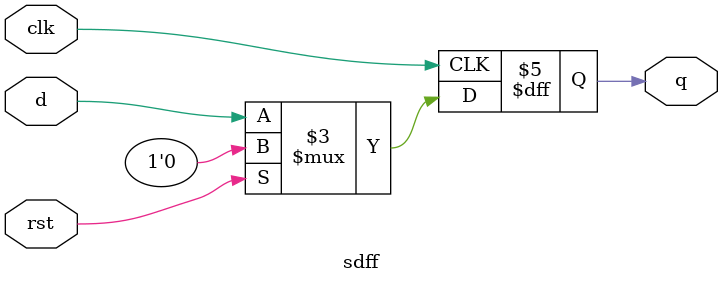
<source format=v>
module sdff( input d, clk, rst, output reg q );
	always @( posedge clk)
		if (rst)
			q <= 0;
		else
			q <= d;
endmodule

</source>
